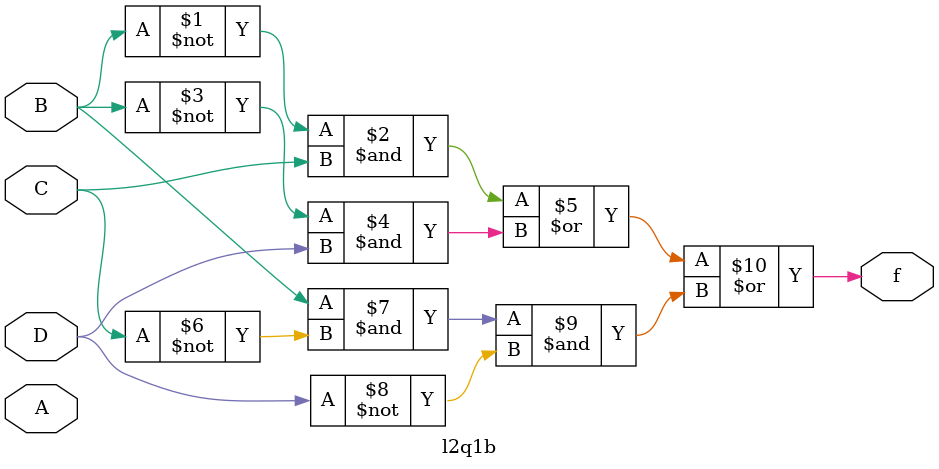
<source format=v>
module l2q1b(A,B,C,D,f);
	input A,B,C,D;
	output f;
	assign f= (~B&C)|(~B&D)|(B&~C&~D);
endmodule

</source>
